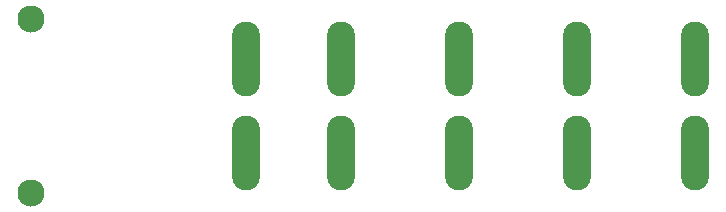
<source format=gbr>
G04 #@! TF.GenerationSoftware,KiCad,Pcbnew,5.1.5-52549c5~84~ubuntu18.04.1*
G04 #@! TF.CreationDate,2020-02-24T22:32:57-07:00*
G04 #@! TF.ProjectId,anderson_distribution_board,616e6465-7273-46f6-9e5f-646973747269,rev?*
G04 #@! TF.SameCoordinates,Original*
G04 #@! TF.FileFunction,Soldermask,Top*
G04 #@! TF.FilePolarity,Negative*
%FSLAX46Y46*%
G04 Gerber Fmt 4.6, Leading zero omitted, Abs format (unit mm)*
G04 Created by KiCad (PCBNEW 5.1.5-52549c5~84~ubuntu18.04.1) date 2020-02-24 22:32:57*
%MOMM*%
%LPD*%
G04 APERTURE LIST*
%ADD10O,2.370000X6.330000*%
%ADD11C,2.300000*%
G04 APERTURE END LIST*
D10*
X150000000Y-73050000D03*
X150000000Y-80950000D03*
X140000000Y-73050000D03*
X140000000Y-80950000D03*
X130000000Y-73050000D03*
X130000000Y-80950000D03*
X120000000Y-73050000D03*
X120000000Y-80950000D03*
X112000000Y-80950000D03*
X112000000Y-73050000D03*
D11*
X93760000Y-84390000D03*
X93760000Y-69610000D03*
M02*

</source>
